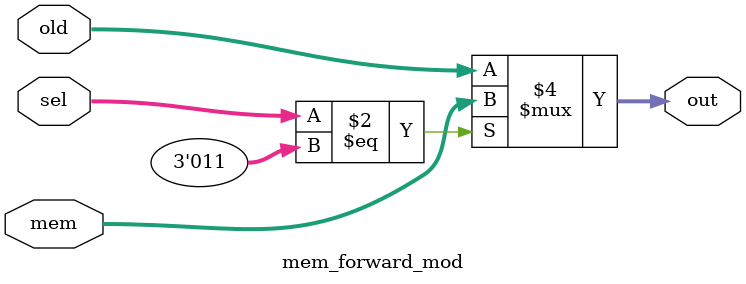
<source format=sv>
module mem_forward_mod #(parameter width = 32)
(
	input logic[2:0]sel,
	input [width-1:0] mem,old,
	output logic [width-1:0] out
);

always_comb
begin
	if (sel == 3)
		out = mem;
	else 
		out = old;
end
endmodule : mem_forward_mod
</source>
